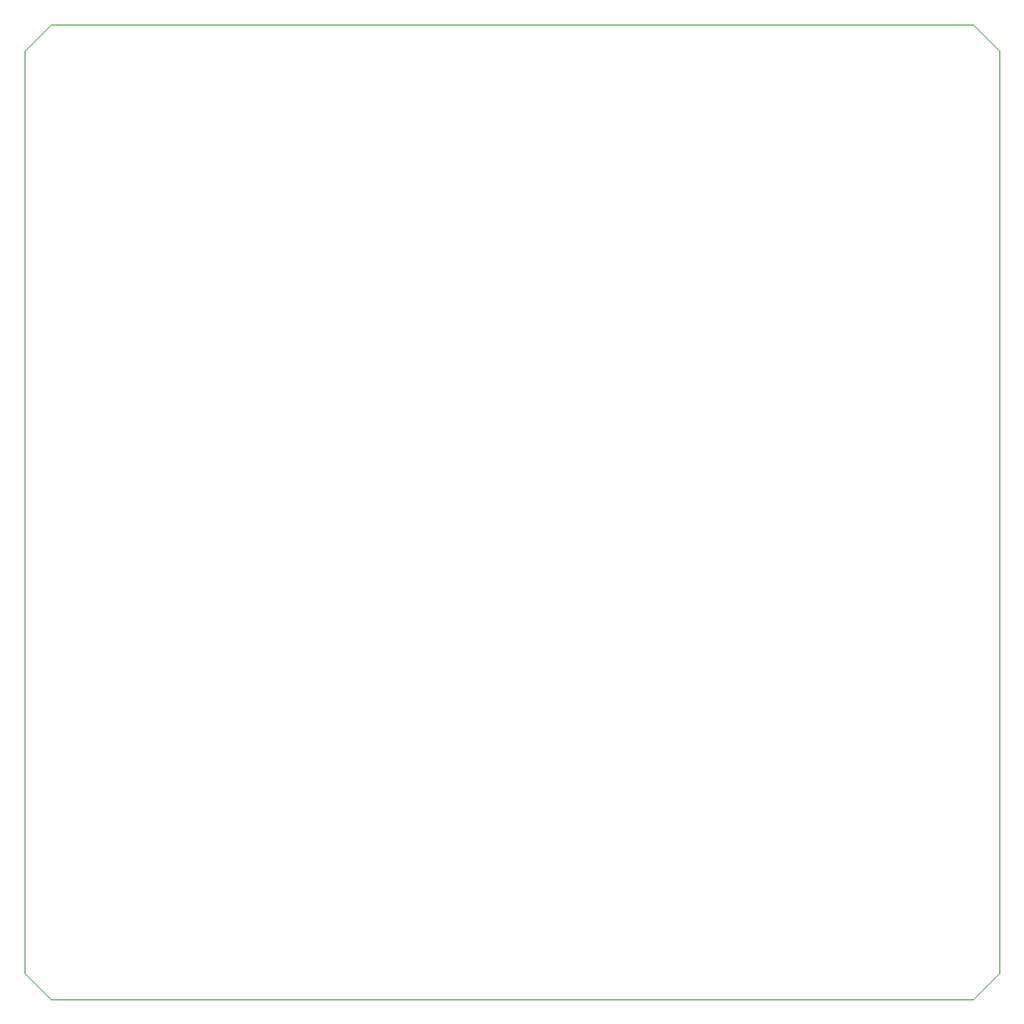
<source format=gbr>
%TF.GenerationSoftware,KiCad,Pcbnew,(5.1.9)-1*%
%TF.CreationDate,2021-05-08T00:28:14+09:00*%
%TF.ProjectId,EncKiboard_V2,456e634b-6962-46f6-9172-645f56322e6b,rev?*%
%TF.SameCoordinates,Original*%
%TF.FileFunction,Profile,NP*%
%FSLAX46Y46*%
G04 Gerber Fmt 4.6, Leading zero omitted, Abs format (unit mm)*
G04 Created by KiCad (PCBNEW (5.1.9)-1) date 2021-05-08 00:28:14*
%MOMM*%
%LPD*%
G01*
G04 APERTURE LIST*
%TA.AperFunction,Profile*%
%ADD10C,0.050000*%
%TD*%
G04 APERTURE END LIST*
D10*
X198120000Y-154940000D02*
X200660000Y-152400000D01*
X198120000Y-60960000D02*
X200660000Y-63500000D01*
X106680000Y-63500000D02*
X109220000Y-60960000D01*
X106680000Y-152400000D02*
X109220000Y-154940000D01*
X106680000Y-152400000D02*
X106680000Y-63500000D01*
X198120000Y-154940000D02*
X109220000Y-154940000D01*
X200660000Y-63500000D02*
X200660000Y-152400000D01*
X109220000Y-60960000D02*
X198120000Y-60960000D01*
M02*

</source>
